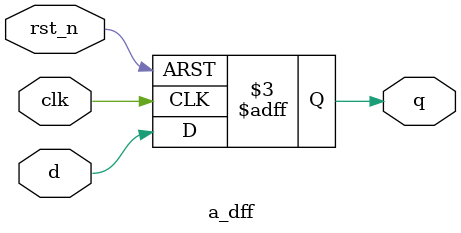
<source format=v>

module a_dff
    (
     clk,
     rst_n,
     d,
     q
     );

////////////////////////////////////////////////////////////////////////////////
// Parameter declarations
parameter RST_VAL = 0;

////////////////////////////////////////////////////////////////////////////////
// Port declarations
input     clk;
input     rst_n;
input     d;
output    q;

////////////////////////////////////////////////////////////////////////////////
// Local logic and instantiation
reg       q;
always @(posedge clk or negedge rst_n)
    begin
    if (!rst_n) q <= RST_VAL;
    else        q <= d;
    end

endmodule 


</source>
